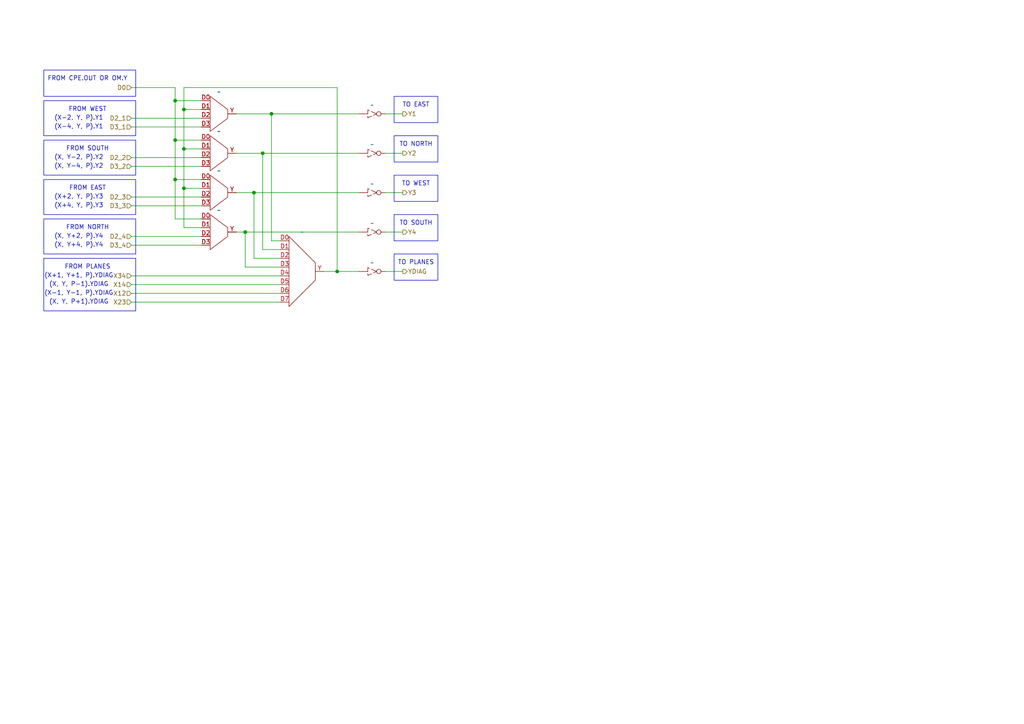
<source format=kicad_sch>
(kicad_sch
	(version 20250114)
	(generator "eeschema")
	(generator_version "9.0")
	(uuid "6af43a35-40b7-4197-8334-7ae9cc56830e")
	(paper "A4")
	(title_block
		(title "Small Switch Box (SB_SML)")
		(date "2025-10-28")
		(rev "1")
		(company "YosysHQ")
	)
	(lib_symbols
		(symbol "NOT_1"
			(exclude_from_sim no)
			(in_bom yes)
			(on_board yes)
			(property "Reference" "U"
				(at 0 0 0)
				(effects
					(font
						(size 1.27 1.27)
					)
				)
			)
			(property "Value" ""
				(at 0 0 0)
				(effects
					(font
						(size 1.27 1.27)
					)
				)
			)
			(property "Footprint" ""
				(at 0 0 0)
				(effects
					(font
						(size 1.27 1.27)
					)
					(hide yes)
				)
			)
			(property "Datasheet" ""
				(at 0 0 0)
				(effects
					(font
						(size 1.27 1.27)
					)
					(hide yes)
				)
			)
			(property "Description" ""
				(at 0 0 0)
				(effects
					(font
						(size 1.27 1.27)
					)
					(hide yes)
				)
			)
			(symbol "NOT_1_0_1"
				(polyline
					(pts
						(xy 1.27 0) (xy -1.27 1.143) (xy -1.27 -1.143) (xy 1.27 0)
					)
					(stroke
						(width 0)
						(type dash)
					)
					(fill
						(type none)
					)
				)
			)
			(symbol "NOT_1_1_1"
				(pin input line
					(at -3.81 0 0)
					(length 2.54)
					(name ""
						(effects
							(font
								(size 1.27 1.27)
							)
						)
					)
					(number ""
						(effects
							(font
								(size 1.27 1.27)
							)
						)
					)
				)
				(pin output inverted
					(at 3.81 0 180)
					(length 2.54)
					(name ""
						(effects
							(font
								(size 1.27 1.27)
							)
						)
					)
					(number ""
						(effects
							(font
								(size 1.27 1.27)
							)
						)
					)
				)
			)
			(embedded_fonts no)
		)
		(symbol "NOT_2"
			(exclude_from_sim no)
			(in_bom yes)
			(on_board yes)
			(property "Reference" "U"
				(at 0 0 0)
				(effects
					(font
						(size 1.27 1.27)
					)
				)
			)
			(property "Value" ""
				(at 0 0 0)
				(effects
					(font
						(size 1.27 1.27)
					)
				)
			)
			(property "Footprint" ""
				(at 0 0 0)
				(effects
					(font
						(size 1.27 1.27)
					)
					(hide yes)
				)
			)
			(property "Datasheet" ""
				(at 0 0 0)
				(effects
					(font
						(size 1.27 1.27)
					)
					(hide yes)
				)
			)
			(property "Description" ""
				(at 0 0 0)
				(effects
					(font
						(size 1.27 1.27)
					)
					(hide yes)
				)
			)
			(symbol "NOT_2_0_1"
				(polyline
					(pts
						(xy 1.27 0) (xy -1.27 1.143) (xy -1.27 -1.143) (xy 1.27 0)
					)
					(stroke
						(width 0)
						(type dash)
					)
					(fill
						(type none)
					)
				)
			)
			(symbol "NOT_2_1_1"
				(pin input line
					(at -3.81 0 0)
					(length 2.54)
					(name ""
						(effects
							(font
								(size 1.27 1.27)
							)
						)
					)
					(number ""
						(effects
							(font
								(size 1.27 1.27)
							)
						)
					)
				)
				(pin output inverted
					(at 3.81 0 180)
					(length 2.54)
					(name ""
						(effects
							(font
								(size 1.27 1.27)
							)
						)
					)
					(number ""
						(effects
							(font
								(size 1.27 1.27)
							)
						)
					)
				)
			)
			(embedded_fonts no)
		)
		(symbol "NOT_3"
			(exclude_from_sim no)
			(in_bom yes)
			(on_board yes)
			(property "Reference" "U"
				(at 0 0 0)
				(effects
					(font
						(size 1.27 1.27)
					)
				)
			)
			(property "Value" ""
				(at 0 0 0)
				(effects
					(font
						(size 1.27 1.27)
					)
				)
			)
			(property "Footprint" ""
				(at 0 0 0)
				(effects
					(font
						(size 1.27 1.27)
					)
					(hide yes)
				)
			)
			(property "Datasheet" ""
				(at 0 0 0)
				(effects
					(font
						(size 1.27 1.27)
					)
					(hide yes)
				)
			)
			(property "Description" ""
				(at 0 0 0)
				(effects
					(font
						(size 1.27 1.27)
					)
					(hide yes)
				)
			)
			(symbol "NOT_3_0_1"
				(polyline
					(pts
						(xy 1.27 0) (xy -1.27 1.143) (xy -1.27 -1.143) (xy 1.27 0)
					)
					(stroke
						(width 0)
						(type dash)
					)
					(fill
						(type none)
					)
				)
			)
			(symbol "NOT_3_1_1"
				(pin input line
					(at -3.81 0 0)
					(length 2.54)
					(name ""
						(effects
							(font
								(size 1.27 1.27)
							)
						)
					)
					(number ""
						(effects
							(font
								(size 1.27 1.27)
							)
						)
					)
				)
				(pin output inverted
					(at 3.81 0 180)
					(length 2.54)
					(name ""
						(effects
							(font
								(size 1.27 1.27)
							)
						)
					)
					(number ""
						(effects
							(font
								(size 1.27 1.27)
							)
						)
					)
				)
			)
			(embedded_fonts no)
		)
		(symbol "NOT_4"
			(exclude_from_sim no)
			(in_bom yes)
			(on_board yes)
			(property "Reference" "U"
				(at 0 0 0)
				(effects
					(font
						(size 1.27 1.27)
					)
				)
			)
			(property "Value" ""
				(at 0 0 0)
				(effects
					(font
						(size 1.27 1.27)
					)
				)
			)
			(property "Footprint" ""
				(at 0 0 0)
				(effects
					(font
						(size 1.27 1.27)
					)
					(hide yes)
				)
			)
			(property "Datasheet" ""
				(at 0 0 0)
				(effects
					(font
						(size 1.27 1.27)
					)
					(hide yes)
				)
			)
			(property "Description" ""
				(at 0 0 0)
				(effects
					(font
						(size 1.27 1.27)
					)
					(hide yes)
				)
			)
			(symbol "NOT_4_0_1"
				(polyline
					(pts
						(xy 1.27 0) (xy -1.27 1.143) (xy -1.27 -1.143) (xy 1.27 0)
					)
					(stroke
						(width 0)
						(type dash)
					)
					(fill
						(type none)
					)
				)
			)
			(symbol "NOT_4_1_1"
				(pin input line
					(at -3.81 0 0)
					(length 2.54)
					(name ""
						(effects
							(font
								(size 1.27 1.27)
							)
						)
					)
					(number ""
						(effects
							(font
								(size 1.27 1.27)
							)
						)
					)
				)
				(pin output inverted
					(at 3.81 0 180)
					(length 2.54)
					(name ""
						(effects
							(font
								(size 1.27 1.27)
							)
						)
					)
					(number ""
						(effects
							(font
								(size 1.27 1.27)
							)
						)
					)
				)
			)
			(embedded_fonts no)
		)
		(symbol "prjpeppercorn:MUX4B"
			(exclude_from_sim no)
			(in_bom yes)
			(on_board yes)
			(property "Reference" "M"
				(at 0 -3.81 0)
				(effects
					(font
						(size 1.27 1.27)
					)
				)
			)
			(property "Value" ""
				(at 0 0 0)
				(effects
					(font
						(size 1.27 1.27)
					)
				)
			)
			(property "Footprint" ""
				(at 0 0 0)
				(effects
					(font
						(size 1.27 1.27)
					)
					(hide yes)
				)
			)
			(property "Datasheet" ""
				(at 0 0 0)
				(effects
					(font
						(size 1.27 1.27)
					)
					(hide yes)
				)
			)
			(property "Description" ""
				(at 0 0 0)
				(effects
					(font
						(size 1.27 1.27)
					)
					(hide yes)
				)
			)
			(symbol "MUX4B_0_1"
				(polyline
					(pts
						(xy -2.54 -5.08) (xy -2.54 5.08) (xy 2.54 1.27) (xy 2.54 -1.27) (xy -2.54 -5.08)
					)
					(stroke
						(width 0)
						(type default)
					)
					(fill
						(type none)
					)
				)
			)
			(symbol "MUX4B_1_1"
				(pin input line
					(at -5.08 3.81 0)
					(length 2.54)
					(name ""
						(effects
							(font
								(size 1.27 1.27)
							)
						)
					)
					(number "D0"
						(effects
							(font
								(size 1.27 1.27)
							)
						)
					)
				)
				(pin input line
					(at -5.08 1.27 0)
					(length 2.54)
					(name ""
						(effects
							(font
								(size 1.27 1.27)
							)
						)
					)
					(number "D1"
						(effects
							(font
								(size 1.27 1.27)
							)
						)
					)
				)
				(pin input line
					(at -5.08 -1.27 0)
					(length 2.54)
					(name ""
						(effects
							(font
								(size 1.27 1.27)
							)
						)
					)
					(number "D2"
						(effects
							(font
								(size 1.27 1.27)
							)
						)
					)
				)
				(pin input line
					(at -5.08 -3.81 0)
					(length 2.54)
					(name ""
						(effects
							(font
								(size 1.27 1.27)
							)
						)
					)
					(number "D3"
						(effects
							(font
								(size 1.27 1.27)
							)
						)
					)
				)
				(pin output line
					(at 5.08 0 180)
					(length 2.54)
					(name ""
						(effects
							(font
								(size 1.27 1.27)
							)
						)
					)
					(number "Y"
						(effects
							(font
								(size 1.27 1.27)
							)
						)
					)
				)
			)
			(embedded_fonts no)
		)
		(symbol "prjpeppercorn:MUX8B"
			(exclude_from_sim no)
			(in_bom yes)
			(on_board yes)
			(property "Reference" "M"
				(at 0 0 0)
				(effects
					(font
						(size 1.27 1.27)
					)
				)
			)
			(property "Value" ""
				(at 0 0 0)
				(effects
					(font
						(size 1.27 1.27)
					)
				)
			)
			(property "Footprint" ""
				(at 0 0 0)
				(effects
					(font
						(size 1.27 1.27)
					)
					(hide yes)
				)
			)
			(property "Datasheet" ""
				(at 0 0 0)
				(effects
					(font
						(size 1.27 1.27)
					)
					(hide yes)
				)
			)
			(property "Description" ""
				(at 0 0 0)
				(effects
					(font
						(size 1.27 1.27)
					)
					(hide yes)
				)
			)
			(symbol "MUX8B_0_1"
				(polyline
					(pts
						(xy -2.54 -10.16) (xy -2.54 10.16) (xy 5.08 2.54) (xy 5.08 -2.54) (xy -2.54 -10.16)
					)
					(stroke
						(width 0)
						(type default)
					)
					(fill
						(type none)
					)
				)
			)
			(symbol "MUX8B_1_1"
				(pin input line
					(at -5.08 8.89 0)
					(length 2.54)
					(name ""
						(effects
							(font
								(size 1.27 1.27)
							)
						)
					)
					(number "D0"
						(effects
							(font
								(size 1.27 1.27)
							)
						)
					)
				)
				(pin input line
					(at -5.08 6.35 0)
					(length 2.54)
					(name ""
						(effects
							(font
								(size 1.27 1.27)
							)
						)
					)
					(number "D1"
						(effects
							(font
								(size 1.27 1.27)
							)
						)
					)
				)
				(pin input line
					(at -5.08 3.81 0)
					(length 2.54)
					(name ""
						(effects
							(font
								(size 1.27 1.27)
							)
						)
					)
					(number "D2"
						(effects
							(font
								(size 1.27 1.27)
							)
						)
					)
				)
				(pin input line
					(at -5.08 1.27 0)
					(length 2.54)
					(name ""
						(effects
							(font
								(size 1.27 1.27)
							)
						)
					)
					(number "D3"
						(effects
							(font
								(size 1.27 1.27)
							)
						)
					)
				)
				(pin input line
					(at -5.08 -1.27 0)
					(length 2.54)
					(name ""
						(effects
							(font
								(size 1.27 1.27)
							)
						)
					)
					(number "D4"
						(effects
							(font
								(size 1.27 1.27)
							)
						)
					)
				)
				(pin input line
					(at -5.08 -3.81 0)
					(length 2.54)
					(name ""
						(effects
							(font
								(size 1.27 1.27)
							)
						)
					)
					(number "D5"
						(effects
							(font
								(size 1.27 1.27)
							)
						)
					)
				)
				(pin input line
					(at -5.08 -6.35 0)
					(length 2.54)
					(name ""
						(effects
							(font
								(size 1.27 1.27)
							)
						)
					)
					(number "D6"
						(effects
							(font
								(size 1.27 1.27)
							)
						)
					)
				)
				(pin input line
					(at -5.08 -8.89 0)
					(length 2.54)
					(name ""
						(effects
							(font
								(size 1.27 1.27)
							)
						)
					)
					(number "D7"
						(effects
							(font
								(size 1.27 1.27)
							)
						)
					)
				)
				(pin output line
					(at 7.62 0 180)
					(length 2.54)
					(name ""
						(effects
							(font
								(size 1.27 1.27)
							)
						)
					)
					(number "Y"
						(effects
							(font
								(size 1.27 1.27)
							)
						)
					)
				)
			)
			(embedded_fonts no)
		)
		(symbol "prjpeppercorn:NOT"
			(exclude_from_sim no)
			(in_bom yes)
			(on_board yes)
			(property "Reference" "U"
				(at 0 0 0)
				(effects
					(font
						(size 1.27 1.27)
					)
				)
			)
			(property "Value" ""
				(at 0 0 0)
				(effects
					(font
						(size 1.27 1.27)
					)
				)
			)
			(property "Footprint" ""
				(at 0 0 0)
				(effects
					(font
						(size 1.27 1.27)
					)
					(hide yes)
				)
			)
			(property "Datasheet" ""
				(at 0 0 0)
				(effects
					(font
						(size 1.27 1.27)
					)
					(hide yes)
				)
			)
			(property "Description" ""
				(at 0 0 0)
				(effects
					(font
						(size 1.27 1.27)
					)
					(hide yes)
				)
			)
			(symbol "NOT_0_1"
				(polyline
					(pts
						(xy 1.27 0) (xy -1.27 1.143) (xy -1.27 -1.143) (xy 1.27 0)
					)
					(stroke
						(width 0)
						(type dash)
					)
					(fill
						(type none)
					)
				)
			)
			(symbol "NOT_1_1"
				(pin input line
					(at -3.81 0 0)
					(length 2.54)
					(name ""
						(effects
							(font
								(size 1.27 1.27)
							)
						)
					)
					(number ""
						(effects
							(font
								(size 1.27 1.27)
							)
						)
					)
				)
				(pin output inverted
					(at 3.81 0 180)
					(length 2.54)
					(name ""
						(effects
							(font
								(size 1.27 1.27)
							)
						)
					)
					(number ""
						(effects
							(font
								(size 1.27 1.27)
							)
						)
					)
				)
			)
			(embedded_fonts no)
		)
	)
	(rectangle
		(start 114.3 50.8)
		(end 127 58.42)
		(stroke
			(width 0)
			(type default)
		)
		(fill
			(type none)
		)
		(uuid 2812e212-51ac-44af-aec5-c3ed45f8ceb0)
	)
	(rectangle
		(start 12.7 74.93)
		(end 39.37 90.17)
		(stroke
			(width 0)
			(type default)
		)
		(fill
			(type none)
		)
		(uuid 316713e1-a614-4019-adaf-35395971ae4c)
	)
	(rectangle
		(start 114.3 73.66)
		(end 127 81.28)
		(stroke
			(width 0)
			(type default)
		)
		(fill
			(type none)
		)
		(uuid 36f8e066-1dc5-4b0a-b917-bd183ed670a8)
	)
	(rectangle
		(start 114.3 27.94)
		(end 127 35.56)
		(stroke
			(width 0)
			(type default)
		)
		(fill
			(type none)
		)
		(uuid 442741ed-fd7a-4a33-9939-4203e8d81500)
	)
	(rectangle
		(start 114.3 62.23)
		(end 127 69.85)
		(stroke
			(width 0)
			(type default)
		)
		(fill
			(type none)
		)
		(uuid 5cb08c6d-e70f-4378-85a5-98d44b8ae52d)
	)
	(rectangle
		(start 114.3 39.37)
		(end 127 46.99)
		(stroke
			(width 0)
			(type default)
		)
		(fill
			(type none)
		)
		(uuid 74f852bd-1460-4f4d-8eb6-e31fba49582f)
	)
	(rectangle
		(start 12.7 52.07)
		(end 39.37 62.23)
		(stroke
			(width 0)
			(type default)
		)
		(fill
			(type none)
		)
		(uuid 7a496d0e-207f-4457-acf1-ddcae72eab9c)
	)
	(rectangle
		(start 12.7 63.5)
		(end 39.37 73.66)
		(stroke
			(width 0)
			(type default)
		)
		(fill
			(type none)
		)
		(uuid a3d46498-1713-4f0c-8b14-7904a12d42cc)
	)
	(rectangle
		(start 12.7 29.21)
		(end 39.37 39.37)
		(stroke
			(width 0)
			(type default)
		)
		(fill
			(type none)
		)
		(uuid a954f8b7-055c-430e-bd34-8cfc8c88dc79)
	)
	(rectangle
		(start 12.7 40.64)
		(end 39.37 50.8)
		(stroke
			(width 0)
			(type default)
		)
		(fill
			(type none)
		)
		(uuid b01a1bc0-5559-47e3-ab3f-a619ac590c1d)
	)
	(rectangle
		(start 12.7 20.32)
		(end 39.37 27.94)
		(stroke
			(width 0)
			(type default)
		)
		(fill
			(type none)
		)
		(uuid c18dbb45-4959-47fb-806e-84bee0dfdbd5)
	)
	(text "(X+2, Y, P).Y3"
		(exclude_from_sim no)
		(at 22.86 57.15 0)
		(effects
			(font
				(size 1.27 1.27)
			)
		)
		(uuid "0f8c581f-589a-4e04-96f6-5ee4aec528dc")
	)
	(text "FROM EAST"
		(exclude_from_sim no)
		(at 25.4 54.61 0)
		(effects
			(font
				(size 1.27 1.27)
			)
		)
		(uuid "14190904-c36e-4045-9c81-710f36216766")
	)
	(text "FROM NORTH"
		(exclude_from_sim no)
		(at 25.4 66.04 0)
		(effects
			(font
				(size 1.27 1.27)
			)
		)
		(uuid "1baaa203-827c-4fdf-9733-57637775f12b")
	)
	(text "TO PLANES"
		(exclude_from_sim no)
		(at 120.65 76.2 0)
		(effects
			(font
				(size 1.27 1.27)
			)
		)
		(uuid "20c85995-4d34-4d92-b6ba-c2bfc87c8f56")
	)
	(text "FROM WEST"
		(exclude_from_sim no)
		(at 25.4 31.75 0)
		(effects
			(font
				(size 1.27 1.27)
			)
		)
		(uuid "261a67e7-ec8e-4b0b-8cbf-8d645e2621f3")
	)
	(text "TO SOUTH"
		(exclude_from_sim no)
		(at 120.65 64.77 0)
		(effects
			(font
				(size 1.27 1.27)
			)
		)
		(uuid "36df008d-e6cc-4c21-98e9-175edb54c5f6")
	)
	(text "TO EAST"
		(exclude_from_sim no)
		(at 120.65 30.48 0)
		(effects
			(font
				(size 1.27 1.27)
			)
		)
		(uuid "475fce80-2758-4b9c-a189-b284396aab02")
	)
	(text "(X, Y, P+1).YDIAG"
		(exclude_from_sim no)
		(at 22.86 87.63 0)
		(effects
			(font
				(size 1.27 1.27)
			)
		)
		(uuid "481e6e7f-9a0a-4635-b031-850efee098fb")
	)
	(text "FROM CPE.OUT OR OM.Y"
		(exclude_from_sim no)
		(at 25.4 22.86 0)
		(effects
			(font
				(size 1.27 1.27)
			)
		)
		(uuid "58588932-daec-4787-b046-4ebdb5029164")
	)
	(text "(X, Y+4, P).Y4"
		(exclude_from_sim no)
		(at 22.86 71.12 0)
		(effects
			(font
				(size 1.27 1.27)
			)
		)
		(uuid "6e5c28bb-7e3e-488e-9748-e1a162c108ba")
	)
	(text "(X-1, Y-1, P).YDIAG"
		(exclude_from_sim no)
		(at 22.86 85.09 0)
		(effects
			(font
				(size 1.27 1.27)
			)
		)
		(uuid "73114b86-b0ea-4e93-bb71-623e67a90f3f")
	)
	(text "(X, Y, P-1).YDIAG"
		(exclude_from_sim no)
		(at 22.86 82.55 0)
		(effects
			(font
				(size 1.27 1.27)
			)
		)
		(uuid "84d23699-5705-440b-827c-540544e0a5ff")
	)
	(text "(X, Y-4, P).Y2"
		(exclude_from_sim no)
		(at 22.86 48.26 0)
		(effects
			(font
				(size 1.27 1.27)
			)
		)
		(uuid "9c4c450c-de1f-47b4-b1a1-cbb2f7989359")
	)
	(text "FROM SOUTH"
		(exclude_from_sim no)
		(at 25.4 43.18 0)
		(effects
			(font
				(size 1.27 1.27)
			)
		)
		(uuid "a891cafc-e302-4cd6-965f-bb870d14fa7b")
	)
	(text "(X-4, Y, P).Y1"
		(exclude_from_sim no)
		(at 22.86 36.83 0)
		(effects
			(font
				(size 1.27 1.27)
			)
		)
		(uuid "bdb226f8-34ec-4280-99a6-df72cb372e0f")
	)
	(text "FROM PLANES"
		(exclude_from_sim no)
		(at 25.4 77.47 0)
		(effects
			(font
				(size 1.27 1.27)
			)
		)
		(uuid "c000b1c3-9615-4afe-8b4f-cb0e7ac74adc")
	)
	(text "(X-2, Y, P).Y1"
		(exclude_from_sim no)
		(at 22.86 34.29 0)
		(effects
			(font
				(size 1.27 1.27)
			)
		)
		(uuid "c06bf358-32e9-42d8-9828-f998149cde24")
	)
	(text "(X, Y+2, P).Y4"
		(exclude_from_sim no)
		(at 22.86 68.58 0)
		(effects
			(font
				(size 1.27 1.27)
			)
		)
		(uuid "c495f011-d151-40ed-9ffb-889cfc163bb8")
	)
	(text "TO WEST"
		(exclude_from_sim no)
		(at 120.65 53.34 0)
		(effects
			(font
				(size 1.27 1.27)
			)
		)
		(uuid "c9d23ca4-135f-4de9-9a7d-6e6781e7b674")
	)
	(text "(X+4, Y, P).Y3"
		(exclude_from_sim no)
		(at 22.86 59.69 0)
		(effects
			(font
				(size 1.27 1.27)
			)
		)
		(uuid "d0088fec-1662-4784-9abc-8eee0ea74c74")
	)
	(text "(X, Y-2, P).Y2"
		(exclude_from_sim no)
		(at 22.86 45.72 0)
		(effects
			(font
				(size 1.27 1.27)
			)
		)
		(uuid "fd27bb02-947e-456a-93cc-9f7bbc8497a6")
	)
	(text "TO NORTH"
		(exclude_from_sim no)
		(at 120.65 41.91 0)
		(effects
			(font
				(size 1.27 1.27)
			)
		)
		(uuid "ff3ae5ba-3d4d-4a38-b548-f056fd6e1371")
	)
	(text "(X+1, Y+1, P).YDIAG"
		(exclude_from_sim no)
		(at 22.86 80.01 0)
		(effects
			(font
				(size 1.27 1.27)
			)
		)
		(uuid "ffb123c7-ae91-4920-9857-c8ab4198cec8")
	)
	(junction
		(at 73.66 55.88)
		(diameter 0)
		(color 0 0 0 0)
		(uuid "19eb45a1-5fc4-46fc-b921-1e90b93b0c41")
	)
	(junction
		(at 50.8 52.07)
		(diameter 0)
		(color 0 0 0 0)
		(uuid "364ba821-6336-4506-b51a-7606c14105d0")
	)
	(junction
		(at 78.74 33.02)
		(diameter 0)
		(color 0 0 0 0)
		(uuid "42ab2dd6-fe9f-49ec-8bc6-2a2d75b199c3")
	)
	(junction
		(at 53.34 54.61)
		(diameter 0)
		(color 0 0 0 0)
		(uuid "7d83713e-0cd8-4fe8-b43a-06c0c389f7d5")
	)
	(junction
		(at 53.34 43.18)
		(diameter 0)
		(color 0 0 0 0)
		(uuid "8f0d29a4-e242-4697-a01d-d88b4cd81f2c")
	)
	(junction
		(at 71.12 67.31)
		(diameter 0)
		(color 0 0 0 0)
		(uuid "93efbfc4-f058-473e-a31e-b8a3239f0cd5")
	)
	(junction
		(at 76.2 44.45)
		(diameter 0)
		(color 0 0 0 0)
		(uuid "aaab8edc-5f11-4b52-b75b-0af3917525e6")
	)
	(junction
		(at 50.8 40.64)
		(diameter 0)
		(color 0 0 0 0)
		(uuid "c09dbfe1-bc99-4777-910f-31fc867946e9")
	)
	(junction
		(at 53.34 31.75)
		(diameter 0)
		(color 0 0 0 0)
		(uuid "c33d92ef-3b1b-4d82-9c33-2871b7e22aab")
	)
	(junction
		(at 97.79 78.74)
		(diameter 0)
		(color 0 0 0 0)
		(uuid "d7116b5e-01ad-446b-b1b1-60f9c91d7d5c")
	)
	(junction
		(at 50.8 29.21)
		(diameter 0)
		(color 0 0 0 0)
		(uuid "f273bc05-a6b1-47ee-acba-15a4b1648819")
	)
	(wire
		(pts
			(xy 111.76 78.74) (xy 116.84 78.74)
		)
		(stroke
			(width 0)
			(type default)
		)
		(uuid "02f11cf4-56ee-4862-8247-92b65eb443fc")
	)
	(wire
		(pts
			(xy 71.12 67.31) (xy 68.58 67.31)
		)
		(stroke
			(width 0)
			(type default)
		)
		(uuid "05cb5696-5e2f-458f-8f0d-a83a1065bec4")
	)
	(wire
		(pts
			(xy 53.34 54.61) (xy 53.34 66.04)
		)
		(stroke
			(width 0)
			(type default)
		)
		(uuid "077b2ea7-a865-4f3e-bb42-67548947b9f5")
	)
	(wire
		(pts
			(xy 73.66 55.88) (xy 73.66 74.93)
		)
		(stroke
			(width 0)
			(type default)
		)
		(uuid "0883cee8-fd96-4421-8f6c-011d680dd18a")
	)
	(wire
		(pts
			(xy 53.34 66.04) (xy 58.42 66.04)
		)
		(stroke
			(width 0)
			(type default)
		)
		(uuid "0972818b-910c-4b56-8975-162d9269e2a3")
	)
	(wire
		(pts
			(xy 53.34 31.75) (xy 58.42 31.75)
		)
		(stroke
			(width 0)
			(type default)
		)
		(uuid "0f3c1138-75ec-48e2-8165-594d5c2363fc")
	)
	(wire
		(pts
			(xy 50.8 40.64) (xy 58.42 40.64)
		)
		(stroke
			(width 0)
			(type default)
		)
		(uuid "0fcb3adc-e796-48ea-9b10-374e77586318")
	)
	(wire
		(pts
			(xy 50.8 40.64) (xy 50.8 52.07)
		)
		(stroke
			(width 0)
			(type default)
		)
		(uuid "12a43592-30ca-4bd0-b0cc-ecbf7a1c680c")
	)
	(wire
		(pts
			(xy 73.66 74.93) (xy 81.28 74.93)
		)
		(stroke
			(width 0)
			(type default)
		)
		(uuid "145c622e-9f62-45cb-b009-eae360c4362c")
	)
	(wire
		(pts
			(xy 76.2 44.45) (xy 104.14 44.45)
		)
		(stroke
			(width 0)
			(type default)
		)
		(uuid "1eb00d2a-5a70-4480-8f09-8aff51c62443")
	)
	(wire
		(pts
			(xy 53.34 43.18) (xy 58.42 43.18)
		)
		(stroke
			(width 0)
			(type default)
		)
		(uuid "1eba168e-5c5f-4be6-b5e0-86600d411dc4")
	)
	(wire
		(pts
			(xy 111.76 44.45) (xy 116.84 44.45)
		)
		(stroke
			(width 0)
			(type default)
		)
		(uuid "235dc485-5a06-489c-9e88-ceb7b6cf14fe")
	)
	(wire
		(pts
			(xy 38.1 57.15) (xy 58.42 57.15)
		)
		(stroke
			(width 0)
			(type default)
		)
		(uuid "2ec7b285-9764-4aff-90f5-2774661ab95d")
	)
	(wire
		(pts
			(xy 38.1 80.01) (xy 81.28 80.01)
		)
		(stroke
			(width 0)
			(type default)
		)
		(uuid "2f0bda5c-28fc-4e24-a4ff-495d24f0f14b")
	)
	(wire
		(pts
			(xy 38.1 36.83) (xy 58.42 36.83)
		)
		(stroke
			(width 0)
			(type default)
		)
		(uuid "34d22d51-049f-4bc3-9c9a-bf6d831e2805")
	)
	(wire
		(pts
			(xy 53.34 25.4) (xy 53.34 31.75)
		)
		(stroke
			(width 0)
			(type default)
		)
		(uuid "3619db41-3710-4cb5-b61b-d38035e60cfb")
	)
	(wire
		(pts
			(xy 97.79 25.4) (xy 53.34 25.4)
		)
		(stroke
			(width 0)
			(type default)
		)
		(uuid "38bfc957-fd77-421a-beeb-b24f1c40c8fd")
	)
	(wire
		(pts
			(xy 38.1 85.09) (xy 81.28 85.09)
		)
		(stroke
			(width 0)
			(type default)
		)
		(uuid "422221d8-007c-4c45-9f01-9b9d1fb01e03")
	)
	(wire
		(pts
			(xy 111.76 67.31) (xy 116.84 67.31)
		)
		(stroke
			(width 0)
			(type default)
		)
		(uuid "436a8843-3177-438a-a95c-8223ca7b272d")
	)
	(wire
		(pts
			(xy 38.1 59.69) (xy 58.42 59.69)
		)
		(stroke
			(width 0)
			(type default)
		)
		(uuid "44343763-826b-4036-8231-ba1323ec189a")
	)
	(wire
		(pts
			(xy 53.34 43.18) (xy 53.34 54.61)
		)
		(stroke
			(width 0)
			(type default)
		)
		(uuid "4af85c25-b347-4b31-8aee-a754a6736f04")
	)
	(wire
		(pts
			(xy 73.66 55.88) (xy 104.14 55.88)
		)
		(stroke
			(width 0)
			(type default)
		)
		(uuid "507c17af-c668-4f07-8fdc-9313e80d842f")
	)
	(wire
		(pts
			(xy 78.74 69.85) (xy 81.28 69.85)
		)
		(stroke
			(width 0)
			(type default)
		)
		(uuid "56e99c35-ce6d-4329-bb58-29da3a46deb7")
	)
	(wire
		(pts
			(xy 50.8 29.21) (xy 50.8 25.4)
		)
		(stroke
			(width 0)
			(type default)
		)
		(uuid "5e77eadd-353f-4943-a524-018b89358b20")
	)
	(wire
		(pts
			(xy 50.8 63.5) (xy 58.42 63.5)
		)
		(stroke
			(width 0)
			(type default)
		)
		(uuid "6cda4724-c90f-415e-8099-c6be9ffa25ee")
	)
	(wire
		(pts
			(xy 78.74 33.02) (xy 78.74 69.85)
		)
		(stroke
			(width 0)
			(type default)
		)
		(uuid "6f4a3259-f66a-4393-b0b8-cda5bb53261a")
	)
	(wire
		(pts
			(xy 38.1 48.26) (xy 58.42 48.26)
		)
		(stroke
			(width 0)
			(type default)
		)
		(uuid "742e1530-fa6e-4504-bab6-659d09fe3e36")
	)
	(wire
		(pts
			(xy 38.1 71.12) (xy 58.42 71.12)
		)
		(stroke
			(width 0)
			(type default)
		)
		(uuid "75c38097-f5b9-490d-aba5-cbc58b07d201")
	)
	(wire
		(pts
			(xy 38.1 68.58) (xy 58.42 68.58)
		)
		(stroke
			(width 0)
			(type default)
		)
		(uuid "792d2f31-449b-4765-917a-40366446615b")
	)
	(wire
		(pts
			(xy 50.8 29.21) (xy 50.8 40.64)
		)
		(stroke
			(width 0)
			(type default)
		)
		(uuid "7a5ef445-4adb-48d3-9fe6-4d9be8c3667f")
	)
	(wire
		(pts
			(xy 53.34 54.61) (xy 58.42 54.61)
		)
		(stroke
			(width 0)
			(type default)
		)
		(uuid "7a81571d-5a2d-4d72-a8f7-d6eb4aedc21a")
	)
	(wire
		(pts
			(xy 71.12 77.47) (xy 81.28 77.47)
		)
		(stroke
			(width 0)
			(type default)
		)
		(uuid "8606ef2c-9128-4788-8e29-6364034c8351")
	)
	(wire
		(pts
			(xy 97.79 78.74) (xy 93.98 78.74)
		)
		(stroke
			(width 0)
			(type default)
		)
		(uuid "88ce354a-e42e-4eef-91c8-4492af359f53")
	)
	(wire
		(pts
			(xy 111.76 33.02) (xy 116.84 33.02)
		)
		(stroke
			(width 0)
			(type default)
		)
		(uuid "8e9ed3ca-c626-4a0e-9396-0bcb364c5d6c")
	)
	(wire
		(pts
			(xy 111.76 55.88) (xy 116.84 55.88)
		)
		(stroke
			(width 0)
			(type default)
		)
		(uuid "90fc5400-4170-4ea8-a50f-a56fc51e0a33")
	)
	(wire
		(pts
			(xy 68.58 55.88) (xy 73.66 55.88)
		)
		(stroke
			(width 0)
			(type default)
		)
		(uuid "a08da49a-9e4e-4d6a-b3a8-2e572bc308cf")
	)
	(wire
		(pts
			(xy 97.79 25.4) (xy 97.79 78.74)
		)
		(stroke
			(width 0)
			(type default)
		)
		(uuid "a165e4dd-f5b4-4bc1-94cb-08a1c6aed7ed")
	)
	(wire
		(pts
			(xy 76.2 72.39) (xy 81.28 72.39)
		)
		(stroke
			(width 0)
			(type default)
		)
		(uuid "a24be13e-5c08-4da0-8974-2a4067f55887")
	)
	(wire
		(pts
			(xy 38.1 45.72) (xy 58.42 45.72)
		)
		(stroke
			(width 0)
			(type default)
		)
		(uuid "a5657738-c4bd-4565-acc6-59fe8f7139d4")
	)
	(wire
		(pts
			(xy 58.42 29.21) (xy 50.8 29.21)
		)
		(stroke
			(width 0)
			(type default)
		)
		(uuid "ac279d1e-a6ab-4344-af6b-c4b448eef52a")
	)
	(wire
		(pts
			(xy 78.74 33.02) (xy 104.14 33.02)
		)
		(stroke
			(width 0)
			(type default)
		)
		(uuid "b00be292-9523-4cef-9a0d-454d38af29c9")
	)
	(wire
		(pts
			(xy 68.58 33.02) (xy 78.74 33.02)
		)
		(stroke
			(width 0)
			(type default)
		)
		(uuid "b1bfc5ae-10a0-434a-b2c9-1d703c3ff71e")
	)
	(wire
		(pts
			(xy 71.12 67.31) (xy 104.14 67.31)
		)
		(stroke
			(width 0)
			(type default)
		)
		(uuid "c4dd018e-acff-4c6e-b499-5ce7d2ce4721")
	)
	(wire
		(pts
			(xy 53.34 31.75) (xy 53.34 43.18)
		)
		(stroke
			(width 0)
			(type default)
		)
		(uuid "d51fed27-9065-414c-bc64-93e35c20a6f8")
	)
	(wire
		(pts
			(xy 38.1 25.4) (xy 50.8 25.4)
		)
		(stroke
			(width 0)
			(type default)
		)
		(uuid "d5b4bd0a-3f21-47d9-97df-9518f98c5c13")
	)
	(wire
		(pts
			(xy 50.8 52.07) (xy 58.42 52.07)
		)
		(stroke
			(width 0)
			(type default)
		)
		(uuid "dd0b17a6-5372-4efc-9887-0fffcd489798")
	)
	(wire
		(pts
			(xy 71.12 67.31) (xy 71.12 77.47)
		)
		(stroke
			(width 0)
			(type default)
		)
		(uuid "e0a92cd3-91fd-4d63-9ef2-97fdad5feb28")
	)
	(wire
		(pts
			(xy 38.1 82.55) (xy 81.28 82.55)
		)
		(stroke
			(width 0)
			(type default)
		)
		(uuid "e46bac71-d0a1-4524-a99f-e758100344ff")
	)
	(wire
		(pts
			(xy 68.58 44.45) (xy 76.2 44.45)
		)
		(stroke
			(width 0)
			(type default)
		)
		(uuid "e9879ae2-9db8-4f8d-9005-69b877b0d549")
	)
	(wire
		(pts
			(xy 76.2 44.45) (xy 76.2 72.39)
		)
		(stroke
			(width 0)
			(type default)
		)
		(uuid "ee0fec12-e20e-4ac1-ad04-6e9757dbe25a")
	)
	(wire
		(pts
			(xy 38.1 34.29) (xy 58.42 34.29)
		)
		(stroke
			(width 0)
			(type default)
		)
		(uuid "f4d5c849-0fc8-4f0a-b294-e10ca5d9be75")
	)
	(wire
		(pts
			(xy 50.8 52.07) (xy 50.8 63.5)
		)
		(stroke
			(width 0)
			(type default)
		)
		(uuid "f781fba8-1792-4f85-980a-7c39b37bbb7b")
	)
	(wire
		(pts
			(xy 97.79 78.74) (xy 104.14 78.74)
		)
		(stroke
			(width 0)
			(type default)
		)
		(uuid "fe66cab5-eb04-4b8a-a83e-e0a641c0121b")
	)
	(wire
		(pts
			(xy 38.1 87.63) (xy 81.28 87.63)
		)
		(stroke
			(width 0)
			(type default)
		)
		(uuid "feb4a746-bf25-4abf-a5ff-0dfc49cb2926")
	)
	(hierarchical_label "D3_1"
		(shape input)
		(at 38.1 36.83 180)
		(effects
			(font
				(size 1.27 1.27)
			)
			(justify right)
		)
		(uuid "0aafcd4e-ffba-4bad-8e0c-fc8e2ecbaa37")
	)
	(hierarchical_label "X12"
		(shape input)
		(at 38.1 85.09 180)
		(effects
			(font
				(size 1.27 1.27)
			)
			(justify right)
		)
		(uuid "1080d514-fd01-4e23-adf5-9e98748d1fb8")
	)
	(hierarchical_label "D3_2"
		(shape input)
		(at 38.1 48.26 180)
		(effects
			(font
				(size 1.27 1.27)
			)
			(justify right)
		)
		(uuid "36c6c763-9aa1-4f45-8fec-cb987c0dc1fb")
	)
	(hierarchical_label "YDIAG"
		(shape output)
		(at 116.84 78.74 0)
		(effects
			(font
				(size 1.27 1.27)
			)
			(justify left)
		)
		(uuid "422258a4-1a1b-4370-b8fc-37a213e82e04")
	)
	(hierarchical_label "D0"
		(shape input)
		(at 38.1 25.4 180)
		(effects
			(font
				(size 1.27 1.27)
			)
			(justify right)
		)
		(uuid "50d47bb4-0a31-4d69-be68-a2ab1faa4a8e")
	)
	(hierarchical_label "D2_3"
		(shape input)
		(at 38.1 57.15 180)
		(effects
			(font
				(size 1.27 1.27)
			)
			(justify right)
		)
		(uuid "5c9751cd-1356-4561-91fa-9e02c8de86d9")
	)
	(hierarchical_label "Y3"
		(shape output)
		(at 116.84 55.88 0)
		(effects
			(font
				(size 1.27 1.27)
			)
			(justify left)
		)
		(uuid "6b7210b7-d971-4b06-9219-8fd26e80f9ef")
	)
	(hierarchical_label "D3_3"
		(shape input)
		(at 38.1 59.69 180)
		(effects
			(font
				(size 1.27 1.27)
			)
			(justify right)
		)
		(uuid "79dfc2d1-79ba-40d2-8689-9084c5359e1d")
	)
	(hierarchical_label "Y4"
		(shape output)
		(at 116.84 67.31 0)
		(effects
			(font
				(size 1.27 1.27)
			)
			(justify left)
		)
		(uuid "7ab0fb2e-c4d8-440f-8aa4-ced67f4834b2")
	)
	(hierarchical_label "X23"
		(shape input)
		(at 38.1 87.63 180)
		(effects
			(font
				(size 1.27 1.27)
			)
			(justify right)
		)
		(uuid "919a4254-b402-4075-a674-8805868a25a3")
	)
	(hierarchical_label "Y2"
		(shape output)
		(at 116.84 44.45 0)
		(effects
			(font
				(size 1.27 1.27)
			)
			(justify left)
		)
		(uuid "a4ce804b-dd2b-4e4d-8d72-c16e86b89fae")
	)
	(hierarchical_label "X34"
		(shape input)
		(at 38.1 80.01 180)
		(effects
			(font
				(size 1.27 1.27)
			)
			(justify right)
		)
		(uuid "a4f5a6aa-9a86-4fe8-9da1-359918314208")
	)
	(hierarchical_label "D2_1"
		(shape input)
		(at 38.1 34.29 180)
		(effects
			(font
				(size 1.27 1.27)
			)
			(justify right)
		)
		(uuid "ad7a9b0b-dab5-443a-9bd4-c79cba3d4253")
	)
	(hierarchical_label "D2_4"
		(shape input)
		(at 38.1 68.58 180)
		(effects
			(font
				(size 1.27 1.27)
			)
			(justify right)
		)
		(uuid "adbe995a-7998-4d0f-ae1e-3f152583e4eb")
	)
	(hierarchical_label "D3_4"
		(shape input)
		(at 38.1 71.12 180)
		(effects
			(font
				(size 1.27 1.27)
			)
			(justify right)
		)
		(uuid "c3db9749-dc11-4759-8a5f-c21d9ac5c281")
	)
	(hierarchical_label "D2_2"
		(shape input)
		(at 38.1 45.72 180)
		(effects
			(font
				(size 1.27 1.27)
			)
			(justify right)
		)
		(uuid "df2303ee-92d8-4e08-b6a4-672284d76093")
	)
	(hierarchical_label "X14"
		(shape input)
		(at 38.1 82.55 180)
		(effects
			(font
				(size 1.27 1.27)
			)
			(justify right)
		)
		(uuid "e5108976-9eb4-4ebf-81b9-cca544466921")
	)
	(hierarchical_label "Y1"
		(shape output)
		(at 116.84 33.02 0)
		(effects
			(font
				(size 1.27 1.27)
			)
			(justify left)
		)
		(uuid "ed96c37b-2529-4276-8a78-3bd60db2f62a")
	)
	(symbol
		(lib_id "prjpeppercorn:MUX4B")
		(at 63.5 33.02 0)
		(unit 1)
		(exclude_from_sim no)
		(in_bom yes)
		(on_board yes)
		(dnp no)
		(fields_autoplaced yes)
		(uuid "19b8e8d1-3445-4956-94c0-1619c6eaffe3")
		(property "Reference" "M252"
			(at 63.5 24.13 0)
			(effects
				(font
					(size 1.27 1.27)
				)
				(hide yes)
			)
		)
		(property "Value" "~"
			(at 63.5 26.67 0)
			(effects
				(font
					(size 1.27 1.27)
				)
			)
		)
		(property "Footprint" ""
			(at 63.5 33.02 0)
			(effects
				(font
					(size 1.27 1.27)
				)
				(hide yes)
			)
		)
		(property "Datasheet" ""
			(at 63.5 33.02 0)
			(effects
				(font
					(size 1.27 1.27)
				)
				(hide yes)
			)
		)
		(property "Description" ""
			(at 63.5 33.02 0)
			(effects
				(font
					(size 1.27 1.27)
				)
				(hide yes)
			)
		)
		(pin "D0"
			(uuid "169cd499-fdb7-4fb7-bc61-0c1023de155e")
		)
		(pin "D2"
			(uuid "e18c42bc-21da-4fc1-a90d-0cdfa1c34e83")
		)
		(pin "D3"
			(uuid "20479a71-5a9d-4c09-9967-e100b02f3c02")
		)
		(pin "Y"
			(uuid "1753d0b1-6cdb-4fc0-9e6b-3bb8883d2a4f")
		)
		(pin "D1"
			(uuid "89aa1a00-0ffc-4b3b-92ee-8d0453a68f9d")
		)
		(instances
			(project "prjpeppercorn"
				(path "/5a7723f7-3f6f-437e-b958-e402b06d3f54/4c7c13ea-4fd7-43ce-a779-ee5d2f712e47"
					(reference "M741")
					(unit 1)
				)
				(path "/5a7723f7-3f6f-437e-b958-e402b06d3f54/b55ea9b6-2977-4388-9bbd-cad75504aba9"
					(reference "M252")
					(unit 1)
				)
				(path "/5a7723f7-3f6f-437e-b958-e402b06d3f54/c1eda374-df36-47de-8afc-84fb9a60c6df"
					(reference "M435")
					(unit 1)
				)
				(path "/5a7723f7-3f6f-437e-b958-e402b06d3f54/e18b86f9-3d4f-4546-a878-7b6180effd95"
					(reference "M211")
					(unit 1)
				)
			)
		)
	)
	(symbol
		(lib_id "prjpeppercorn:MUX8B")
		(at 86.36 78.74 0)
		(unit 1)
		(exclude_from_sim no)
		(in_bom yes)
		(on_board yes)
		(dnp no)
		(fields_autoplaced yes)
		(uuid "40d3283d-b698-4d1c-99c1-7a6579c89476")
		(property "Reference" "M256"
			(at 87.63 64.77 0)
			(effects
				(font
					(size 1.27 1.27)
				)
				(hide yes)
			)
		)
		(property "Value" "~"
			(at 87.63 67.31 0)
			(effects
				(font
					(size 1.27 1.27)
				)
			)
		)
		(property "Footprint" ""
			(at 86.36 78.74 0)
			(effects
				(font
					(size 1.27 1.27)
				)
				(hide yes)
			)
		)
		(property "Datasheet" ""
			(at 86.36 78.74 0)
			(effects
				(font
					(size 1.27 1.27)
				)
				(hide yes)
			)
		)
		(property "Description" ""
			(at 86.36 78.74 0)
			(effects
				(font
					(size 1.27 1.27)
				)
				(hide yes)
			)
		)
		(pin "D1"
			(uuid "a8f8bc6b-9a9d-45f1-8d9c-ac64f514ef72")
		)
		(pin "D3"
			(uuid "3fb46e0d-e7c2-436b-a565-4acada61459c")
		)
		(pin "D2"
			(uuid "f3b337e0-b091-4616-a7cc-5bb198b51227")
		)
		(pin "D4"
			(uuid "1816289b-3e66-403c-83af-61543da0b4ea")
		)
		(pin "D6"
			(uuid "10d6beeb-d9b9-4961-8bba-264b4d0d4a92")
		)
		(pin "D0"
			(uuid "dc202df9-e68d-4673-a94b-167988720362")
		)
		(pin "D5"
			(uuid "4c6908b4-9a6d-4c96-899b-402459059b01")
		)
		(pin "D7"
			(uuid "0343a6c0-1cee-4945-8529-1d24cfb6740e")
		)
		(pin "Y"
			(uuid "5c092ff5-7b3c-4cc8-a731-b32376501112")
		)
		(instances
			(project "prjpeppercorn"
				(path "/5a7723f7-3f6f-437e-b958-e402b06d3f54/4c7c13ea-4fd7-43ce-a779-ee5d2f712e47"
					(reference "M745")
					(unit 1)
				)
				(path "/5a7723f7-3f6f-437e-b958-e402b06d3f54/b55ea9b6-2977-4388-9bbd-cad75504aba9"
					(reference "M256")
					(unit 1)
				)
				(path "/5a7723f7-3f6f-437e-b958-e402b06d3f54/c1eda374-df36-47de-8afc-84fb9a60c6df"
					(reference "M439")
					(unit 1)
				)
				(path "/5a7723f7-3f6f-437e-b958-e402b06d3f54/e18b86f9-3d4f-4546-a878-7b6180effd95"
					(reference "M215")
					(unit 1)
				)
			)
		)
	)
	(symbol
		(lib_name "NOT_2")
		(lib_id "prjpeppercorn:NOT")
		(at 107.95 55.88 0)
		(unit 1)
		(exclude_from_sim no)
		(in_bom yes)
		(on_board yes)
		(dnp no)
		(fields_autoplaced yes)
		(uuid "45ffcfd4-c576-4989-b26c-dba746fc9c0a")
		(property "Reference" "U651"
			(at 107.95 50.8 0)
			(effects
				(font
					(size 1.27 1.27)
				)
				(hide yes)
			)
		)
		(property "Value" "~"
			(at 107.95 53.34 0)
			(effects
				(font
					(size 1.27 1.27)
				)
			)
		)
		(property "Footprint" ""
			(at 107.95 55.88 0)
			(effects
				(font
					(size 1.27 1.27)
				)
				(hide yes)
			)
		)
		(property "Datasheet" ""
			(at 107.95 55.88 0)
			(effects
				(font
					(size 1.27 1.27)
				)
				(hide yes)
			)
		)
		(property "Description" ""
			(at 107.95 55.88 0)
			(effects
				(font
					(size 1.27 1.27)
				)
				(hide yes)
			)
		)
		(pin ""
			(uuid "4e88ce1f-9533-4426-9f5b-f086d42cd35d")
		)
		(pin ""
			(uuid "3c673c0b-1d64-4f24-99b6-5eee4feac6e9")
		)
		(instances
			(project "prjpeppercorn"
				(path "/5a7723f7-3f6f-437e-b958-e402b06d3f54/4c7c13ea-4fd7-43ce-a779-ee5d2f712e47"
					(reference "U1902")
					(unit 1)
				)
				(path "/5a7723f7-3f6f-437e-b958-e402b06d3f54/b55ea9b6-2977-4388-9bbd-cad75504aba9"
					(reference "U651")
					(unit 1)
				)
				(path "/5a7723f7-3f6f-437e-b958-e402b06d3f54/c1eda374-df36-47de-8afc-84fb9a60c6df"
					(reference "U1134")
					(unit 1)
				)
				(path "/5a7723f7-3f6f-437e-b958-e402b06d3f54/e18b86f9-3d4f-4546-a878-7b6180effd95"
					(reference "U578")
					(unit 1)
				)
			)
		)
	)
	(symbol
		(lib_id "prjpeppercorn:MUX4B")
		(at 63.5 44.45 0)
		(unit 1)
		(exclude_from_sim no)
		(in_bom yes)
		(on_board yes)
		(dnp no)
		(fields_autoplaced yes)
		(uuid "6ce0f81e-4afb-42aa-9367-a22f655a2492")
		(property "Reference" "M253"
			(at 63.5 35.56 0)
			(effects
				(font
					(size 1.27 1.27)
				)
				(hide yes)
			)
		)
		(property "Value" "~"
			(at 63.5 38.1 0)
			(effects
				(font
					(size 1.27 1.27)
				)
			)
		)
		(property "Footprint" ""
			(at 63.5 44.45 0)
			(effects
				(font
					(size 1.27 1.27)
				)
				(hide yes)
			)
		)
		(property "Datasheet" ""
			(at 63.5 44.45 0)
			(effects
				(font
					(size 1.27 1.27)
				)
				(hide yes)
			)
		)
		(property "Description" ""
			(at 63.5 44.45 0)
			(effects
				(font
					(size 1.27 1.27)
				)
				(hide yes)
			)
		)
		(pin "D0"
			(uuid "b10d2892-8450-4c75-a378-725827d1be1c")
		)
		(pin "D2"
			(uuid "7f5babd7-de14-4fd6-9026-0243d5ccf126")
		)
		(pin "D3"
			(uuid "e1a3ed1a-76c1-409e-8af1-6952a8a8a88d")
		)
		(pin "Y"
			(uuid "5c66d72a-dd46-4d14-9572-960cbb4bdb03")
		)
		(pin "D1"
			(uuid "192b6555-7e83-4f29-ad43-8c23bfc270ea")
		)
		(instances
			(project "prjpeppercorn"
				(path "/5a7723f7-3f6f-437e-b958-e402b06d3f54/4c7c13ea-4fd7-43ce-a779-ee5d2f712e47"
					(reference "M742")
					(unit 1)
				)
				(path "/5a7723f7-3f6f-437e-b958-e402b06d3f54/b55ea9b6-2977-4388-9bbd-cad75504aba9"
					(reference "M253")
					(unit 1)
				)
				(path "/5a7723f7-3f6f-437e-b958-e402b06d3f54/c1eda374-df36-47de-8afc-84fb9a60c6df"
					(reference "M436")
					(unit 1)
				)
				(path "/5a7723f7-3f6f-437e-b958-e402b06d3f54/e18b86f9-3d4f-4546-a878-7b6180effd95"
					(reference "M212")
					(unit 1)
				)
			)
		)
	)
	(symbol
		(lib_name "NOT_3")
		(lib_id "prjpeppercorn:NOT")
		(at 107.95 44.45 0)
		(unit 1)
		(exclude_from_sim no)
		(in_bom yes)
		(on_board yes)
		(dnp no)
		(fields_autoplaced yes)
		(uuid "6e805648-e5fa-493b-91b0-57e3b25317c1")
		(property "Reference" "U650"
			(at 107.95 39.37 0)
			(effects
				(font
					(size 1.27 1.27)
				)
				(hide yes)
			)
		)
		(property "Value" "~"
			(at 107.95 41.91 0)
			(effects
				(font
					(size 1.27 1.27)
				)
			)
		)
		(property "Footprint" ""
			(at 107.95 44.45 0)
			(effects
				(font
					(size 1.27 1.27)
				)
				(hide yes)
			)
		)
		(property "Datasheet" ""
			(at 107.95 44.45 0)
			(effects
				(font
					(size 1.27 1.27)
				)
				(hide yes)
			)
		)
		(property "Description" ""
			(at 107.95 44.45 0)
			(effects
				(font
					(size 1.27 1.27)
				)
				(hide yes)
			)
		)
		(pin ""
			(uuid "fe81efb8-41a7-44ed-8890-60080e98d285")
		)
		(pin ""
			(uuid "9af8cffe-a09c-4eb5-b3c6-b6a34739531a")
		)
		(instances
			(project "prjpeppercorn"
				(path "/5a7723f7-3f6f-437e-b958-e402b06d3f54/4c7c13ea-4fd7-43ce-a779-ee5d2f712e47"
					(reference "U1901")
					(unit 1)
				)
				(path "/5a7723f7-3f6f-437e-b958-e402b06d3f54/b55ea9b6-2977-4388-9bbd-cad75504aba9"
					(reference "U650")
					(unit 1)
				)
				(path "/5a7723f7-3f6f-437e-b958-e402b06d3f54/c1eda374-df36-47de-8afc-84fb9a60c6df"
					(reference "U1133")
					(unit 1)
				)
				(path "/5a7723f7-3f6f-437e-b958-e402b06d3f54/e18b86f9-3d4f-4546-a878-7b6180effd95"
					(reference "U577")
					(unit 1)
				)
			)
		)
	)
	(symbol
		(lib_id "prjpeppercorn:MUX4B")
		(at 63.5 67.31 0)
		(unit 1)
		(exclude_from_sim no)
		(in_bom yes)
		(on_board yes)
		(dnp no)
		(fields_autoplaced yes)
		(uuid "ac4f7e68-e3c0-45dc-bbf7-db251bd349b1")
		(property "Reference" "M255"
			(at 63.5 58.42 0)
			(effects
				(font
					(size 1.27 1.27)
				)
				(hide yes)
			)
		)
		(property "Value" "~"
			(at 63.5 60.96 0)
			(effects
				(font
					(size 1.27 1.27)
				)
			)
		)
		(property "Footprint" ""
			(at 63.5 67.31 0)
			(effects
				(font
					(size 1.27 1.27)
				)
				(hide yes)
			)
		)
		(property "Datasheet" ""
			(at 63.5 67.31 0)
			(effects
				(font
					(size 1.27 1.27)
				)
				(hide yes)
			)
		)
		(property "Description" ""
			(at 63.5 67.31 0)
			(effects
				(font
					(size 1.27 1.27)
				)
				(hide yes)
			)
		)
		(pin "D0"
			(uuid "4952d1b3-8833-43ee-b013-a0a7434a67fc")
		)
		(pin "D2"
			(uuid "1f906c09-94fe-4328-87d8-2c3bd537f251")
		)
		(pin "D3"
			(uuid "73120ba0-c282-4135-82a2-c9bf4643e02c")
		)
		(pin "Y"
			(uuid "9bee2811-b269-4768-9058-a523e6704ad4")
		)
		(pin "D1"
			(uuid "3dd36293-5245-4e19-af00-90766860934d")
		)
		(instances
			(project "prjpeppercorn"
				(path "/5a7723f7-3f6f-437e-b958-e402b06d3f54/4c7c13ea-4fd7-43ce-a779-ee5d2f712e47"
					(reference "M744")
					(unit 1)
				)
				(path "/5a7723f7-3f6f-437e-b958-e402b06d3f54/b55ea9b6-2977-4388-9bbd-cad75504aba9"
					(reference "M255")
					(unit 1)
				)
				(path "/5a7723f7-3f6f-437e-b958-e402b06d3f54/c1eda374-df36-47de-8afc-84fb9a60c6df"
					(reference "M438")
					(unit 1)
				)
				(path "/5a7723f7-3f6f-437e-b958-e402b06d3f54/e18b86f9-3d4f-4546-a878-7b6180effd95"
					(reference "M214")
					(unit 1)
				)
			)
		)
	)
	(symbol
		(lib_name "NOT_4")
		(lib_id "prjpeppercorn:NOT")
		(at 107.95 33.02 0)
		(unit 1)
		(exclude_from_sim no)
		(in_bom yes)
		(on_board yes)
		(dnp no)
		(fields_autoplaced yes)
		(uuid "bfe4340c-4d8e-4f4b-b219-25fae59f0adf")
		(property "Reference" "U649"
			(at 107.95 27.94 0)
			(effects
				(font
					(size 1.27 1.27)
				)
				(hide yes)
			)
		)
		(property "Value" "~"
			(at 107.95 30.48 0)
			(effects
				(font
					(size 1.27 1.27)
				)
			)
		)
		(property "Footprint" ""
			(at 107.95 33.02 0)
			(effects
				(font
					(size 1.27 1.27)
				)
				(hide yes)
			)
		)
		(property "Datasheet" ""
			(at 107.95 33.02 0)
			(effects
				(font
					(size 1.27 1.27)
				)
				(hide yes)
			)
		)
		(property "Description" ""
			(at 107.95 33.02 0)
			(effects
				(font
					(size 1.27 1.27)
				)
				(hide yes)
			)
		)
		(pin ""
			(uuid "74a4c344-a8d2-4650-a799-88f8c1502215")
		)
		(pin ""
			(uuid "2854af5d-7a37-412c-910b-34aa52d6f797")
		)
		(instances
			(project "prjpeppercorn"
				(path "/5a7723f7-3f6f-437e-b958-e402b06d3f54/4c7c13ea-4fd7-43ce-a779-ee5d2f712e47"
					(reference "U1900")
					(unit 1)
				)
				(path "/5a7723f7-3f6f-437e-b958-e402b06d3f54/b55ea9b6-2977-4388-9bbd-cad75504aba9"
					(reference "U649")
					(unit 1)
				)
				(path "/5a7723f7-3f6f-437e-b958-e402b06d3f54/c1eda374-df36-47de-8afc-84fb9a60c6df"
					(reference "U1132")
					(unit 1)
				)
				(path "/5a7723f7-3f6f-437e-b958-e402b06d3f54/e18b86f9-3d4f-4546-a878-7b6180effd95"
					(reference "U576")
					(unit 1)
				)
			)
		)
	)
	(symbol
		(lib_name "NOT_1")
		(lib_id "prjpeppercorn:NOT")
		(at 107.95 67.31 0)
		(unit 1)
		(exclude_from_sim no)
		(in_bom yes)
		(on_board yes)
		(dnp no)
		(fields_autoplaced yes)
		(uuid "d35b784b-b4f4-45c3-8024-6e4619c6179f")
		(property "Reference" "U652"
			(at 107.95 62.23 0)
			(effects
				(font
					(size 1.27 1.27)
				)
				(hide yes)
			)
		)
		(property "Value" "~"
			(at 107.95 64.77 0)
			(effects
				(font
					(size 1.27 1.27)
				)
			)
		)
		(property "Footprint" ""
			(at 107.95 67.31 0)
			(effects
				(font
					(size 1.27 1.27)
				)
				(hide yes)
			)
		)
		(property "Datasheet" ""
			(at 107.95 67.31 0)
			(effects
				(font
					(size 1.27 1.27)
				)
				(hide yes)
			)
		)
		(property "Description" ""
			(at 107.95 67.31 0)
			(effects
				(font
					(size 1.27 1.27)
				)
				(hide yes)
			)
		)
		(pin ""
			(uuid "31abf59b-7093-4e36-8741-af51f0d8f9b6")
		)
		(pin ""
			(uuid "3da91522-a229-4b14-abec-2360e4233e5a")
		)
		(instances
			(project "prjpeppercorn"
				(path "/5a7723f7-3f6f-437e-b958-e402b06d3f54/4c7c13ea-4fd7-43ce-a779-ee5d2f712e47"
					(reference "U1903")
					(unit 1)
				)
				(path "/5a7723f7-3f6f-437e-b958-e402b06d3f54/b55ea9b6-2977-4388-9bbd-cad75504aba9"
					(reference "U652")
					(unit 1)
				)
				(path "/5a7723f7-3f6f-437e-b958-e402b06d3f54/c1eda374-df36-47de-8afc-84fb9a60c6df"
					(reference "U1135")
					(unit 1)
				)
				(path "/5a7723f7-3f6f-437e-b958-e402b06d3f54/e18b86f9-3d4f-4546-a878-7b6180effd95"
					(reference "U579")
					(unit 1)
				)
			)
		)
	)
	(symbol
		(lib_id "prjpeppercorn:NOT")
		(at 107.95 78.74 0)
		(unit 1)
		(exclude_from_sim no)
		(in_bom yes)
		(on_board yes)
		(dnp no)
		(fields_autoplaced yes)
		(uuid "d57c53d9-6e1c-423b-a5b4-f46a65472067")
		(property "Reference" "U653"
			(at 107.95 73.66 0)
			(effects
				(font
					(size 1.27 1.27)
				)
				(hide yes)
			)
		)
		(property "Value" "~"
			(at 107.95 76.2 0)
			(effects
				(font
					(size 1.27 1.27)
				)
			)
		)
		(property "Footprint" ""
			(at 107.95 78.74 0)
			(effects
				(font
					(size 1.27 1.27)
				)
				(hide yes)
			)
		)
		(property "Datasheet" ""
			(at 107.95 78.74 0)
			(effects
				(font
					(size 1.27 1.27)
				)
				(hide yes)
			)
		)
		(property "Description" ""
			(at 107.95 78.74 0)
			(effects
				(font
					(size 1.27 1.27)
				)
				(hide yes)
			)
		)
		(pin ""
			(uuid "7a019671-1692-4415-a198-6792823c842c")
		)
		(pin ""
			(uuid "c23533de-0ba4-4524-b3a2-f18d505edbaa")
		)
		(instances
			(project "prjpeppercorn"
				(path "/5a7723f7-3f6f-437e-b958-e402b06d3f54/4c7c13ea-4fd7-43ce-a779-ee5d2f712e47"
					(reference "U1904")
					(unit 1)
				)
				(path "/5a7723f7-3f6f-437e-b958-e402b06d3f54/b55ea9b6-2977-4388-9bbd-cad75504aba9"
					(reference "U653")
					(unit 1)
				)
				(path "/5a7723f7-3f6f-437e-b958-e402b06d3f54/c1eda374-df36-47de-8afc-84fb9a60c6df"
					(reference "U1136")
					(unit 1)
				)
				(path "/5a7723f7-3f6f-437e-b958-e402b06d3f54/e18b86f9-3d4f-4546-a878-7b6180effd95"
					(reference "U580")
					(unit 1)
				)
			)
		)
	)
	(symbol
		(lib_id "prjpeppercorn:MUX4B")
		(at 63.5 55.88 0)
		(unit 1)
		(exclude_from_sim no)
		(in_bom yes)
		(on_board yes)
		(dnp no)
		(fields_autoplaced yes)
		(uuid "f4a85794-9a4a-40fe-a4f1-d3975415c7ea")
		(property "Reference" "M254"
			(at 63.5 46.99 0)
			(effects
				(font
					(size 1.27 1.27)
				)
				(hide yes)
			)
		)
		(property "Value" "~"
			(at 63.5 49.53 0)
			(effects
				(font
					(size 1.27 1.27)
				)
			)
		)
		(property "Footprint" ""
			(at 63.5 55.88 0)
			(effects
				(font
					(size 1.27 1.27)
				)
				(hide yes)
			)
		)
		(property "Datasheet" ""
			(at 63.5 55.88 0)
			(effects
				(font
					(size 1.27 1.27)
				)
				(hide yes)
			)
		)
		(property "Description" ""
			(at 63.5 55.88 0)
			(effects
				(font
					(size 1.27 1.27)
				)
				(hide yes)
			)
		)
		(pin "D0"
			(uuid "7005f2c5-2bc0-48f7-aef5-46bd6a64e291")
		)
		(pin "D2"
			(uuid "a0b34195-98cc-4591-9996-1cf89e38d8a2")
		)
		(pin "D3"
			(uuid "20f9d390-8968-4907-8537-d5628c536317")
		)
		(pin "Y"
			(uuid "3e013023-2d18-4b3b-b713-5a139ee87122")
		)
		(pin "D1"
			(uuid "d8dc9690-0cb0-4406-a586-fecdcfa9fdb8")
		)
		(instances
			(project "prjpeppercorn"
				(path "/5a7723f7-3f6f-437e-b958-e402b06d3f54/4c7c13ea-4fd7-43ce-a779-ee5d2f712e47"
					(reference "M743")
					(unit 1)
				)
				(path "/5a7723f7-3f6f-437e-b958-e402b06d3f54/b55ea9b6-2977-4388-9bbd-cad75504aba9"
					(reference "M254")
					(unit 1)
				)
				(path "/5a7723f7-3f6f-437e-b958-e402b06d3f54/c1eda374-df36-47de-8afc-84fb9a60c6df"
					(reference "M437")
					(unit 1)
				)
				(path "/5a7723f7-3f6f-437e-b958-e402b06d3f54/e18b86f9-3d4f-4546-a878-7b6180effd95"
					(reference "M213")
					(unit 1)
				)
			)
		)
	)
)

</source>
